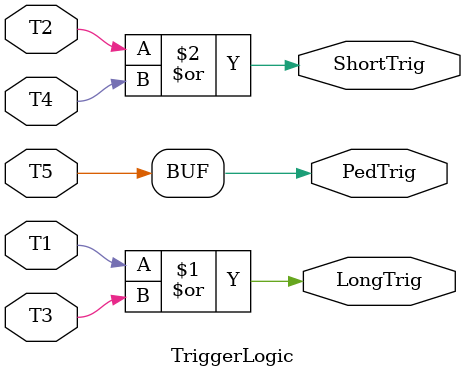
<source format=v>
`timescale 1ns / 1ps
module TriggerLogic(T1, T2, T3, T4, T5, LongTrig, ShortTrig, PedTrig);
   input   T1;
   input   T2;
   input   T3;
   input   T4;
   input   T5;
   output  LongTrig;
   output  ShortTrig;
   output  PedTrig; 
   assign LongTrig = T1 | T3;
   assign ShortTrig = T2 | T4;
   assign PedTrig = T5;
 endmodule


</source>
